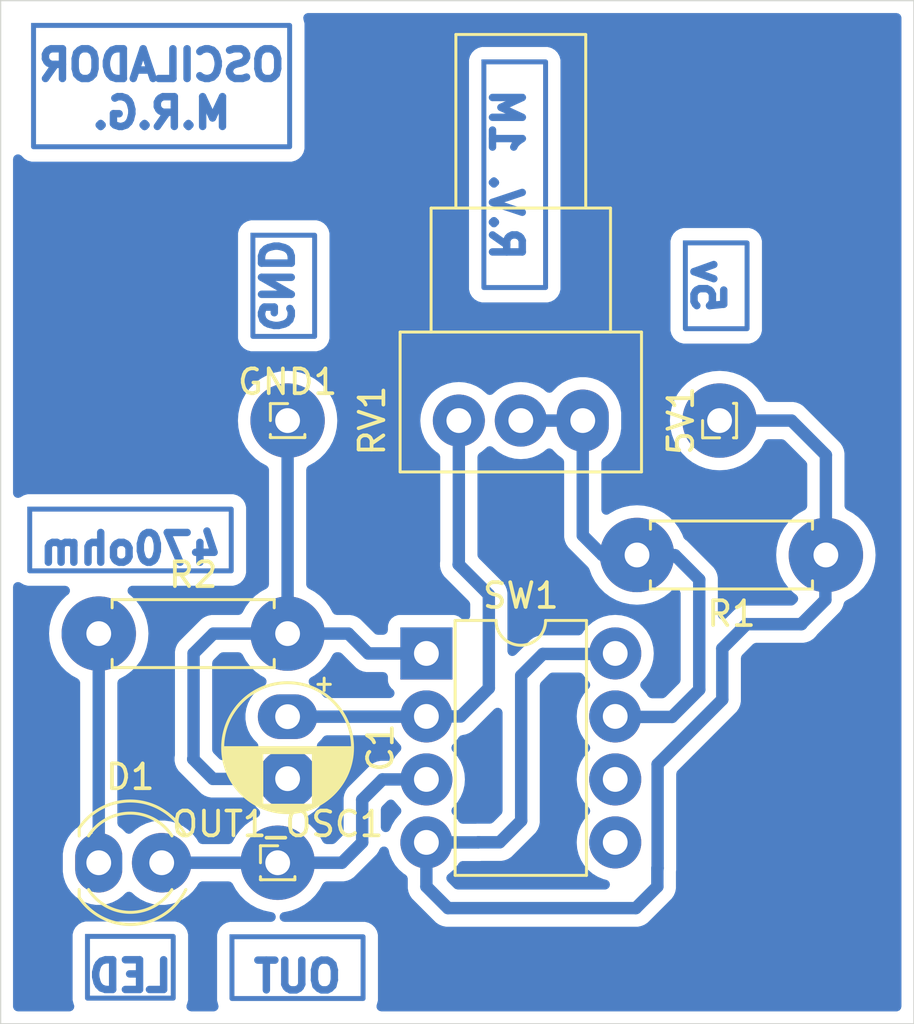
<source format=kicad_pcb>
(kicad_pcb (version 20240108) (generator "pcbnew") (generator_version "8.0")
  (layers (0 "F.Cu" signal) (31 "B.Cu" signal) (34 "B.Paste" user) (35 "F.Paste" user) (36 "B.SilkS" user "B.Silkscreen") (37 "F.SilkS" user "F.Silkscreen") (38 "B.Mask" user) (39 "F.Mask" user) (44 "Edge.Cuts" user))
  (net 0 "")
  (net 1 "Net-(5V1-Pin_1)")
  (net 2 "Net-(GND1-Pin_1)")
  (net 3 "Net-(D1-K)")
  (net 4 "Net-(D1-A)")
  (net 5 "Net-(C1-Pad1)")
  (net 6 "Net-(R1-Pad2)")
  (footprint "Resistor_THT:R_Axial_DIN0207_L6.3mm_D2.5mm_P7.62mm_Horizontal" (layer "F.Cu") (at 125.58 55.625 180)
    (property "Reference" "R1" (at 3.81 -2.37 180) (layer "F.SilkS"))
    (property "Value" "2.7k OHM")
    (fp_line (start 7.08 1.37) (end 7.08 1.04) (stroke (width 0.12)) (layer "F.SilkS"))
    (fp_line (start 7.08 -1.37) (end 7.08 -1.04) (stroke (width 0.12)) (layer "F.SilkS"))
    (fp_line (start 0.54 1.37) (end 7.08 1.37) (stroke (width 0.12)) (layer "F.SilkS"))
    (fp_line (start 0.54 1.04) (end 0.54 1.37) (stroke (width 0.12)) (layer "F.SilkS"))
    (fp_line (start 0.54 -1.04) (end 0.54 -1.37) (stroke (width 0.12)) (layer "F.SilkS"))
    (fp_line (start 0.54 -1.37) (end 7.08 -1.37) (stroke (width 0.12)) (layer "F.SilkS"))
    (pad "1" thru_hole circle (at 0 0 180) (size 3 3) (drill 1) (layers "*.Cu" "*.Mask") (net 1 "Net-(5V1-Pin_1)"))
    (pad "2" thru_hole circle (at 7.62 0 180) (size 3 3) (drill 1) (layers "*.Cu" "*.Mask") (net 6 "Net-(R1-Pad2)"))
  )
  (footprint "Potentiometer_THT:Potentiometer_Alps_RK09Y11_Single_Horizontal" (layer "F.Cu") (at 115.77 50.205 -90)
    (property "Reference" "RV1" (at 0 8.5 90) (layer "F.SilkS"))
    (property "Value" "1M OHM")
    (fp_line (start -3.57 7.37) (end -3.57 -2.37) (stroke (width 0.12)) (layer "F.SilkS"))
    (fp_line (start 2.071 7.37) (end -3.57 7.37) (stroke (width 0.12)) (layer "F.SilkS"))
    (fp_line (start 2.071 7.37) (end 2.071 -2.37) (stroke (width 0.12)) (layer "F.SilkS"))
    (fp_line (start -8.57 6.12) (end -8.57 -1.12) (stroke (width 0.12)) (layer "F.SilkS"))
    (fp_line (start -3.57 6.12) (end -8.57 6.12) (stroke (width 0.12)) (layer "F.SilkS"))
    (fp_line (start -15.57 5.12) (end -15.57 -0.12) (stroke (width 0.12)) (layer "F.SilkS"))
    (fp_line (start -8.57 5.12) (end -15.57 5.12) (stroke (width 0.12)) (layer "F.SilkS"))
    (fp_line (start -8.57 -0.12) (end -15.57 -0.12) (stroke (width 0.12)) (layer "F.SilkS"))
    (fp_line (start -3.57 -1.12) (end -8.57 -1.12) (stroke (width 0.12)) (layer "F.SilkS"))
    (fp_line (start 2.071 -2.37) (end -3.57 -2.37) (stroke (width 0.12)) (layer "F.SilkS"))
    (pad "1" thru_hole oval (at 0 0 90) (size 2.5 2.1) (drill 1) (layers "*.Cu" "*.Mask") (net 6 "Net-(R1-Pad2)"))
    (pad "2" thru_hole circle (at 0 2.5 90) (size 2.1 2.1) (drill 1) (layers "*.Cu" "*.Mask") (net 6 "Net-(R1-Pad2)"))
    (pad "3" thru_hole circle (at 0 5 90) (size 2.1 2.1) (drill 1) (layers "*.Cu" "*.Mask") (net 5 "Net-(C1-Pad1)"))
  )
  (footprint "Resistor_THT:R_Axial_DIN0207_L6.3mm_D2.5mm_P7.62mm_Horizontal" (layer "F.Cu") (at 96.24 58.795)
    (property "Reference" "R2" (at 3.81 -2.37 0) (layer "F.SilkS"))
    (property "Value" "470 OHM")
    (fp_line (start 0.54 -1.37) (end 7.08 -1.37) (stroke (width 0.12)) (layer "F.SilkS"))
    (fp_line (start 0.54 -1.04) (end 0.54 -1.37) (stroke (width 0.12)) (layer "F.SilkS"))
    (fp_line (start 0.54 1.04) (end 0.54 1.37) (stroke (width 0.12)) (layer "F.SilkS"))
    (fp_line (start 0.54 1.37) (end 7.08 1.37) (stroke (width 0.12)) (layer "F.SilkS"))
    (fp_line (start 7.08 -1.37) (end 7.08 -1.04) (stroke (width 0.12)) (layer "F.SilkS"))
    (fp_line (start 7.08 1.37) (end 7.08 1.04) (stroke (width 0.12)) (layer "F.SilkS"))
    (pad "1" thru_hole circle (at 0 0) (size 3 3) (drill 1) (layers "*.Cu" "*.Mask") (net 3 "Net-(D1-K)"))
    (pad "2" thru_hole circle (at 7.62 0) (size 3 3) (drill 1) (layers "*.Cu" "*.Mask") (net 2 "Net-(GND1-Pin_1)"))
  )
  (footprint "LED_THT:LED_D4.0mm" (layer "F.Cu") (at 96.24 68.035)
    (property "Reference" "D1" (at 1.27 -3.46 0) (layer "F.SilkS"))
    (property "Value" "LED")
    (fp_line (start -0.79 -1.399) (end -0.79 -1.08) (stroke (width 0.12)) (layer "F.SilkS"))
    (fp_line (start -0.79 1.08) (end -0.79 1.399) (stroke (width 0.12)) (layer "F.SilkS"))
    (fp_arc (start -0.79 -1.398749) (mid 1.453519 -2.483228) (end 3.513242 -1.080724) (stroke (width 0.12)) (layer "F.SilkS"))
    (fp_arc (start -0.41333 -1.08) (mid 1.269429 -2) (end 2.952713 -1.080961) (stroke (width 0.12)) (layer "F.SilkS"))
    (fp_arc (start 2.952713 1.080961) (mid 1.269429 2) (end -0.41333 1.08) (stroke (width 0.12)) (layer "F.SilkS"))
    (fp_arc (start 3.513242 1.080724) (mid 1.453519 2.483228) (end -0.79 1.398749) (stroke (width 0.12)) (layer "F.SilkS"))
    (pad "1" thru_hole oval (at 0 0) (size 1.9 2.4) (drill 1) (layers "*.Cu" "*.Mask") (net 3 "Net-(D1-K)"))
    (pad "2" thru_hole circle (at 2.54 0) (size 2.4 2.4) (drill 1) (layers "*.Cu" "*.Mask") (net 4 "Net-(D1-A)"))
  )
  (footprint "Capacitor_THT:CP_Radial_D5.0mm_P2.50mm" (layer "F.Cu") (at 103.86 62.145 -90)
    (property "Reference" "C1" (at 1.25 -3.75 90) (layer "F.SilkS"))
    (property "Value" "0.47uF")
    (fp_line (start 1.49 1.04) (end 1.49 2.569) (stroke (width 0.12)) (layer "F.SilkS"))
    (fp_line (start 1.53 1.04) (end 1.53 2.565) (stroke (width 0.12)) (layer "F.SilkS"))
    (fp_line (start 1.57 1.04) (end 1.57 2.561) (stroke (width 0.12)) (layer "F.SilkS"))
    (fp_line (start 1.61 1.04) (end 1.61 2.556) (stroke (width 0.12)) (layer "F.SilkS"))
    (fp_line (start 1.65 1.04) (end 1.65 2.55) (stroke (width 0.12)) (layer "F.SilkS"))
    (fp_line (start 1.69 1.04) (end 1.69 2.543) (stroke (width 0.12)) (layer "F.SilkS"))
    (fp_line (start 1.73 1.04) (end 1.73 2.536) (stroke (width 0.12)) (layer "F.SilkS"))
    (fp_line (start 1.77 1.04) (end 1.77 2.528) (stroke (width 0.12)) (layer "F.SilkS"))
    (fp_line (start 1.81 1.04) (end 1.81 2.52) (stroke (width 0.12)) (layer "F.SilkS"))
    (fp_line (start 1.85 1.04) (end 1.85 2.511) (stroke (width 0.12)) (layer "F.SilkS"))
    (fp_line (start 1.89 1.04) (end 1.89 2.501) (stroke (width 0.12)) (layer "F.SilkS"))
    (fp_line (start 1.93 1.04) (end 1.93 2.491) (stroke (width 0.12)) (layer "F.SilkS"))
    (fp_line (start 1.971 1.04) (end 1.971 2.48) (stroke (width 0.12)) (layer "F.SilkS"))
    (fp_line (start 2.011 1.04) (end 2.011 2.468) (stroke (width 0.12)) (layer "F.SilkS"))
    (fp_line (start 2.051 1.04) (end 2.051 2.455) (stroke (width 0.12)) (layer "F.SilkS"))
    (fp_line (start 2.091 1.04) (end 2.091 2.442) (stroke (width 0.12)) (layer "F.SilkS"))
    (fp_line (start 2.131 1.04) (end 2.131 2.428) (stroke (width 0.12)) (layer "F.SilkS"))
    (fp_line (start 2.171 1.04) (end 2.171 2.414) (stroke (width 0.12)) (layer "F.SilkS"))
    (fp_line (start 2.211 1.04) (end 2.211 2.398) (stroke (width 0.12)) (layer "F.SilkS"))
    (fp_line (start 2.251 1.04) (end 2.251 2.382) (stroke (width 0.12)) (layer "F.SilkS"))
    (fp_line (start 2.291 1.04) (end 2.291 2.365) (stroke (width 0.12)) (layer "F.SilkS"))
    (fp_line (start 2.331 1.04) (end 2.331 2.348) (stroke (width 0.12)) (layer "F.SilkS"))
    (fp_line (start 2.371 1.04) (end 2.371 2.329) (stroke (width 0.12)) (layer "F.SilkS"))
    (fp_line (start 2.411 1.04) (end 2.411 2.31) (stroke (width 0.12)) (layer "F.SilkS"))
    (fp_line (start 2.451 1.04) (end 2.451 2.29) (stroke (width 0.12)) (layer "F.SilkS"))
    (fp_line (start 2.491 1.04) (end 2.491 2.268) (stroke (width 0.12)) (layer "F.SilkS"))
    (fp_line (start 2.531 1.04) (end 2.531 2.247) (stroke (width 0.12)) (layer "F.SilkS"))
    (fp_line (start 2.571 1.04) (end 2.571 2.224) (stroke (width 0.12)) (layer "F.SilkS"))
    (fp_line (start 2.611 1.04) (end 2.611 2.2) (stroke (width 0.12)) (layer "F.SilkS"))
    (fp_line (start 2.651 1.04) (end 2.651 2.175) (stroke (width 0.12)) (layer "F.SilkS"))
    (fp_line (start 2.691 1.04) (end 2.691 2.149) (stroke (width 0.12)) (layer "F.SilkS"))
    (fp_line (start 2.731 1.04) (end 2.731 2.122) (stroke (width 0.12)) (layer "F.SilkS"))
    (fp_line (start 2.771 1.04) (end 2.771 2.095) (stroke (width 0.12)) (layer "F.SilkS"))
    (fp_line (start 2.811 1.04) (end 2.811 2.065) (stroke (width 0.12)) (layer "F.SilkS"))
    (fp_line (start 2.851 1.04) (end 2.851 2.035) (stroke (width 0.12)) (layer "F.SilkS"))
    (fp_line (start 2.891 1.04) (end 2.891 2.004) (stroke (width 0.12)) (layer "F.SilkS"))
    (fp_line (start 2.931 1.04) (end 2.931 1.971) (stroke (width 0.12)) (layer "F.SilkS"))
    (fp_line (start 2.971 1.04) (end 2.971 1.937) (stroke (width 0.12)) (layer "F.SilkS"))
    (fp_line (start 3.011 1.04) (end 3.011 1.901) (stroke (width 0.12)) (layer "F.SilkS"))
    (fp_line (start 3.051 1.04) (end 3.051 1.864) (stroke (width 0.12)) (layer "F.SilkS"))
    (fp_line (start 3.091 1.04) (end 3.091 1.826) (stroke (width 0.12)) (layer "F.SilkS"))
    (fp_line (start 3.131 1.04) (end 3.131 1.785) (stroke (width 0.12)) (layer "F.SilkS"))
    (fp_line (start 3.171 1.04) (end 3.171 1.743) (stroke (width 0.12)) (layer "F.SilkS"))
    (fp_line (start 3.211 1.04) (end 3.211 1.699) (stroke (width 0.12)) (layer "F.SilkS"))
    (fp_line (start 3.251 1.04) (end 3.251 1.653) (stroke (width 0.12)) (layer "F.SilkS"))
    (fp_line (start 3.291 1.04) (end 3.291 1.605) (stroke (width 0.12)) (layer "F.SilkS"))
    (fp_line (start 3.331 1.04) (end 3.331 1.554) (stroke (width 0.12)) (layer "F.SilkS"))
    (fp_line (start 3.371 1.04) (end 3.371 1.5) (stroke (width 0.12)) (layer "F.SilkS"))
    (fp_line (start 3.411 1.04) (end 3.411 1.443) (stroke (width 0.12)) (layer "F.SilkS"))
    (fp_line (start 3.451 1.04) (end 3.451 1.383) (stroke (width 0.12)) (layer "F.SilkS"))
    (fp_line (start 3.491 1.04) (end 3.491 1.319) (stroke (width 0.12)) (layer "F.SilkS"))
    (fp_line (start 3.531 1.04) (end 3.531 1.251) (stroke (width 0.12)) (layer "F.SilkS"))
    (fp_line (start 3.851 -0.284) (end 3.851 0.284) (stroke (width 0.12)) (layer "F.SilkS"))
    (fp_line (start 3.811 -0.518) (end 3.811 0.518) (stroke (width 0.12)) (layer "F.SilkS"))
    (fp_line (start 3.771 -0.677) (end 3.771 0.677) (stroke (width 0.12)) (layer "F.SilkS"))
    (fp_line (start 3.731 -0.805) (end 3.731 0.805) (stroke (width 0.12)) (layer "F.SilkS"))
    (fp_line (start 3.691 -0.915) (end 3.691 0.915) (stroke (width 0.12)) (layer "F.SilkS"))
    (fp_line (start 3.651 -1.011) (end 3.651 1.011) (stroke (width 0.12)) (layer "F.SilkS"))
    (fp_line (start 3.611 -1.098) (end 3.611 1.098) (stroke (width 0.12)) (layer "F.SilkS"))
    (fp_line (start 3.571 -1.178) (end 3.571 1.178) (stroke (width 0.12)) (layer "F.SilkS"))
    (fp_line (start 3.531 -1.251) (end 3.531 -1.04) (stroke (width 0.12)) (layer "F.SilkS"))
    (fp_line (start 3.491 -1.319) (end 3.491 -1.04) (stroke (width 0.12)) (layer "F.SilkS"))
    (fp_line (start 3.451 -1.383) (end 3.451 -1.04) (stroke (width 0.12)) (layer "F.SilkS"))
    (fp_line (start 3.411 -1.443) (end 3.411 -1.04) (stroke (width 0.12)) (layer "F.SilkS"))
    (fp_line (start -1.554775 -1.475) (end -1.054775 -1.475) (stroke (width 0.12)) (layer "F.SilkS"))
    (fp_line (start 3.371 -1.5) (end 3.371 -1.04) (stroke (width 0.12)) (layer "F.SilkS"))
    (fp_line (start 3.331 -1.554) (end 3.331 -1.04) (stroke (width 0.12)) (layer "F.SilkS"))
    (fp_line (start 3.291 -1.605) (end 3.291 -1.04) (stroke (width 0.12)) (layer "F.SilkS"))
    (fp_line (start 3.251 -1.653) (end 3.251 -1.04) (stroke (width 0.12)) (layer "F.SilkS"))
    (fp_line (start 3.211 -1.699) (end 3.211 -1.04) (stroke (width 0.12)) (layer "F.SilkS"))
    (fp_line (start -1.304775 -1.725) (end -1.304775 -1.225) (stroke (width 0.12)) (layer "F.SilkS"))
    (fp_line (start 3.171 -1.743) (end 3.171 -1.04) (stroke (width 0.12)) (layer "F.SilkS"))
    (fp_line (start 3.131 -1.785) (end 3.131 -1.04) (stroke (width 0.12)) (layer "F.SilkS"))
    (fp_line (start 3.091 -1.826) (end 3.091 -1.04) (stroke (width 0.12)) (layer "F.SilkS"))
    (fp_line (start 3.051 -1.864) (end 3.051 -1.04) (stroke (width 0.12)) (layer "F.SilkS"))
    (fp_line (start 3.011 -1.901) (end 3.011 -1.04) (stroke (width 0.12)) (layer "F.SilkS"))
    (fp_line (start 2.971 -1.937) (end 2.971 -1.04) (stroke (width 0.12)) (layer "F.SilkS"))
    (fp_line (start 2.931 -1.971) (end 2.931 -1.04) (stroke (width 0.12)) (layer "F.SilkS"))
    (fp_line (start 2.891 -2.004) (end 2.891 -1.04) (stroke (width 0.12)) (layer "F.SilkS"))
    (fp_line (start 2.851 -2.035) (end 2.851 -1.04) (stroke (width 0.12)) (layer "F.SilkS"))
    (fp_line (start 2.811 -2.065) (end 2.811 -1.04) (stroke (width 0.12)) (layer "F.SilkS"))
    (fp_line (start 2.771 -2.095) (end 2.771 -1.04) (stroke (width 0.12)) (layer "F.SilkS"))
    (fp_line (start 2.731 -2.122) (end 2.731 -1.04) (stroke (width 0.12)) (layer "F.SilkS"))
    (fp_line (start 2.691 -2.149) (end 2.691 -1.04) (stroke (width 0.12)) (layer "F.SilkS"))
    (fp_line (start 2.651 -2.175) (end 2.651 -1.04) (stroke (width 0.12)) (layer "F.SilkS"))
    (fp_line (start 2.611 -2.2) (end 2.611 -1.04) (stroke (width 0.12)) (layer "F.SilkS"))
    (fp_line (start 2.571 -2.224) (end 2.571 -1.04) (stroke (width 0.12)) (layer "F.SilkS"))
    (fp_line (start 2.531 -2.247) (end 2.531 -1.04) (stroke (width 0.12)) (layer "F.SilkS"))
    (fp_line (start 2.491 -2.268) (end 2.491 -1.04) (stroke (width 0.12)) (layer "F.SilkS"))
    (fp_line (start 2.451 -2.29) (end 2.451 -1.04) (stroke (width 0.12)) (layer "F.SilkS"))
    (fp_line (start 2.411 -2.31) (end 2.411 -1.04) (stroke (width 0.12)) (layer "F.SilkS"))
    (fp_line (start 2.371 -2.329) (end 2.371 -1.04) (stroke (width 0.12)) (layer "F.SilkS"))
    (fp_line (start 2.331 -2.348) (end 2.331 -1.04) (stroke (width 0.12)) (layer "F.SilkS"))
    (fp_line (start 2.291 -2.365) (end 2.291 -1.04) (stroke (width 0.12)) (layer "F.SilkS"))
    (fp_line (start 2.251 -2.382) (end 2.251 -1.04) (stroke (width 0.12)) (layer "F.SilkS"))
    (fp_line (start 2.211 -2.398) (end 2.211 -1.04) (stroke (width 0.12)) (layer "F.SilkS"))
    (fp_line (start 2.171 -2.414) (end 2.171 -1.04) (stroke (width 0.12)) (layer "F.SilkS"))
    (fp_line (start 2.131 -2.428) (end 2.131 -1.04) (stroke (width 0.12)) (layer "F.SilkS"))
    (fp_line (start 2.091 -2.442) (end 2.091 -1.04) (stroke (width 0.12)) (layer "F.SilkS"))
    (fp_line (start 2.051 -2.455) (end 2.051 -1.04) (stroke (width 0.12)) (layer "F.SilkS"))
    (fp_line (start 2.011 -2.468) (end 2.011 -1.04) (stroke (width 0.12)) (layer "F.SilkS"))
    (fp_line (start 1.971 -2.48) (end 1.971 -1.04) (stroke (width 0.12)) (layer "F.SilkS"))
    (fp_line (start 1.93 -2.491) (end 1.93 -1.04) (stroke (width 0.12)) (layer "F.SilkS"))
    (fp_line (start 1.89 -2.501) (end 1.89 -1.04) (stroke (width 0.12)) (layer "F.SilkS"))
    (fp_line (start 1.85 -2.511) (end 1.85 -1.04) (stroke (width 0.12)) (layer "F.SilkS"))
    (fp_line (start 1.81 -2.52) (end 1.81 -1.04) (stroke (width 0.12)) (layer "F.SilkS"))
    (fp_line (start 1.77 -2.528) (end 1.77 -1.04) (stroke (width 0.12)) (layer "F.SilkS"))
    (fp_line (start 1.73 -2.536) (end 1.73 -1.04) (stroke (width 0.12)) (layer "F.SilkS"))
    (fp_line (start 1.69 -2.543) (end 1.69 -1.04) (stroke (width 0.12)) (layer "F.SilkS"))
    (fp_line (start 1.65 -2.55) (end 1.65 -1.04) (stroke (width 0.12)) (layer "F.SilkS"))
    (fp_line (start 1.61 -2.556) (end 1.61 -1.04) (stroke (width 0.12)) (layer "F.SilkS"))
    (fp_line (start 1.57 -2.561) (end 1.57 -1.04) (stroke (width 0.12)) (layer "F.SilkS"))
    (fp_line (start 1.53 -2.565) (end 1.53 -1.04) (stroke (width 0.12)) (layer "F.SilkS"))
    (fp_line (start 1.49 -2.569) (end 1.49 -1.04) (stroke (width 0.12)) (layer "F.SilkS"))
    (fp_line (start 1.45 -2.573) (end 1.45 2.573) (stroke (width 0.12)) (layer "F.SilkS"))
    (fp_line (start 1.41 -2.576) (end 1.41 2.576) (stroke (width 0.12)) (layer "F.SilkS"))
    (fp_line (start 1.37 -2.578) (end 1.37 2.578) (stroke (width 0.12)) (layer "F.SilkS"))
    (fp_line (start 1.33 -2.579) (end 1.33 2.579) (stroke (width 0.12)) (layer "F.SilkS"))
    (fp_line (start 1.25 -2.58) (end 1.25 2.58) (stroke (width 0.12)) (layer "F.SilkS"))
    (fp_line (start 1.29 -2.58) (end 1.29 2.58) (stroke (width 0.12)) (layer "F.SilkS"))
    (fp_circle (center 1.25 0) (end 3.87 0) (stroke (width 0.12)) (fill none) (layer "F.SilkS"))
    (pad "1" thru_hole oval (at 0 0 270) (size 1.8 2.4) (drill 1) (layers "*.Cu" "*.Mask") (net 5 "Net-(C1-Pad1)"))
    (pad "2" thru_hole circle (at 2.5 0 270) (size 2.4 2.4) (drill 1) (layers "*.Cu" "*.Mask") (net 2 "Net-(GND1-Pin_1)"))
  )
  (footprint "Connector_PinHeader_1.00mm:PinHeader_1x01_P1.00mm_Vertical" (layer "F.Cu") (at 121.29 50.205 90)
    (property "Reference" "5V1" (at 0 -1.56 -90) (layer "F.SilkS"))
    (property "Value" "~")
    (fp_line (start -0.695 -0.685) (end 0 -0.685) (stroke (width 0.12)) (layer "F.SilkS"))
    (fp_line (start -0.695 0) (end -0.695 -0.685) (stroke (width 0.12)) (layer "F.SilkS"))
    (fp_line (start 0.695 0.685) (end 0.695 0.56) (stroke (width 0.12)) (layer "F.SilkS"))
    (fp_line (start 0.608276 0.685) (end 0.695 0.685) (stroke (width 0.12)) (layer "F.SilkS"))
    (fp_line (start -0.695 0.685) (end -0.695 0.56) (stroke (width 0.12)) (layer "F.SilkS"))
    (fp_line (start -0.695 0.685) (end 0.695 0.685) (stroke (width 0.12)) (layer "F.SilkS"))
    (fp_line (start -0.695 0.685) (end -0.608276 0.685) (stroke (width 0.12)) (layer "F.SilkS"))
    (pad "1" thru_hole circle (at 0 0 90) (size 3 3) (drill 1) (layers "*.Cu" "*.Mask") (net 1 "Net-(5V1-Pin_1)"))
  )
  (footprint "Package_DIP:DIP-8_W7.62mm" (layer "F.Cu") (at 109.46 59.595)
    (property "Reference" "SW1" (at 3.81 -2.33 0) (layer "F.SilkS"))
    (property "Value" "SW_DIP_x04")
    (fp_line (start 1.16 -1.33) (end 1.16 8.95) (stroke (width 0.12)) (layer "F.SilkS"))
    (fp_line (start 1.16 8.95) (end 6.46 8.95) (stroke (width 0.12)) (layer "F.SilkS"))
    (fp_line (start 2.81 -1.33) (end 1.16 -1.33) (stroke (width 0.12)) (layer "F.SilkS"))
    (fp_line (start 6.46 -1.33) (end 4.81 -1.33) (stroke (width 0.12)) (layer "F.SilkS"))
    (fp_line (start 6.46 8.95) (end 6.46 -1.33) (stroke (width 0.12)) (layer "F.SilkS"))
    (fp_arc (start 4.81 -1.33) (mid 3.81 -0.33) (end 2.81 -1.33) (stroke (width 0.12)) (layer "F.SilkS"))
    (pad "1" thru_hole rect (at 0 0) (size 2.1 2.1) (drill 1) (layers "*.Cu" "*.Mask") (net 2 "Net-(GND1-Pin_1)"))
    (pad "2" thru_hole circle (at 0 2.54) (size 2.1 2.1) (drill 1) (layers "*.Cu" "*.Mask") (net 5 "Net-(C1-Pad1)"))
    (pad "3" thru_hole circle (at 0 5.08) (size 2.1 2.1) (drill 1) (layers "*.Cu" "*.Mask") (net 4 "Net-(D1-A)"))
    (pad "4" thru_hole circle (at 0 7.62) (size 2.1 2.1) (drill 1) (layers "*.Cu" "*.Mask") (net 1 "Net-(5V1-Pin_1)"))
    (pad "5" thru_hole circle (at 7.62 7.62) (size 2.1 2.1) (drill 1) (layers "*.Cu" "*.Mask"))
    (pad "6" thru_hole circle (at 7.62 5.08) (size 2.1 2.1) (drill 1) (layers "*.Cu" "*.Mask"))
    (pad "7" thru_hole circle (at 7.62 2.54) (size 2.1 2.1) (drill 1) (layers "*.Cu" "*.Mask") (net 6 "Net-(R1-Pad2)"))
    (pad "8" thru_hole circle (at 7.62 0) (size 2.1 2.1) (drill 1) (layers "*.Cu" "*.Mask") (net 1 "Net-(5V1-Pin_1)"))
  )
  (footprint "Connector_PinHeader_1.00mm:PinHeader_1x01_P1.00mm_Vertical" (layer "F.Cu") (at 103.86 50.205)
    (property "Reference" "GND1" (at 0 -1.56 0) (layer "F.SilkS"))
    (property "Value" "~")
    (fp_line (start -0.695 -0.685) (end 0 -0.685) (stroke (width 0.12)) (layer "F.SilkS"))
    (fp_line (start -0.695 0) (end -0.695 -0.685) (stroke (width 0.12)) (layer "F.SilkS"))
    (fp_line (start -0.695 0.685) (end -0.695 0.56) (stroke (width 0.12)) (layer "F.SilkS"))
    (fp_line (start -0.695 0.685) (end -0.608276 0.685) (stroke (width 0.12)) (layer "F.SilkS"))
    (fp_line (start -0.695 0.685) (end 0.695 0.685) (stroke (width 0.12)) (layer "F.SilkS"))
    (fp_line (start 0.608276 0.685) (end 0.695 0.685) (stroke (width 0.12)) (layer "F.SilkS"))
    (fp_line (start 0.695 0.685) (end 0.695 0.56) (stroke (width 0.12)) (layer "F.SilkS"))
    (pad "1" thru_hole circle (at 0 0) (size 3 3) (drill 1) (layers "*.Cu" "*.Mask") (net 2 "Net-(GND1-Pin_1)"))
  )
  (footprint "Connector_PinHeader_1.00mm:PinHeader_1x01_P1.00mm_Vertical" (layer "F.Cu") (at 103.46 68.035)
    (property "Reference" "OUT1_OSC1" (at 0 -1.56 0) (layer "F.SilkS"))
    (property "Value" "~")
    (fp_line (start -0.695 -0.685) (end 0 -0.685) (stroke (width 0.12)) (layer "F.SilkS"))
    (fp_line (start -0.695 0) (end -0.695 -0.685) (stroke (width 0.12)) (layer "F.SilkS"))
    (fp_line (start -0.695 0.685) (end -0.695 0.56) (stroke (width 0.12)) (layer "F.SilkS"))
    (fp_line (start -0.695 0.685) (end -0.608276 0.685) (stroke (width 0.12)) (layer "F.SilkS"))
    (fp_line (start -0.695 0.685) (end 0.695 0.685) (stroke (width 0.12)) (layer "F.SilkS"))
    (fp_line (start 0.608276 0.685) (end 0.695 0.685) (stroke (width 0.12)) (layer "F.SilkS"))
    (fp_line (start 0.695 0.685) (end 0.695 0.56) (stroke (width 0.12)) (layer "F.SilkS"))
    (pad "1" thru_hole circle (at 0 0) (size 3 3) (drill 1) (layers "*.Cu" "*.Mask") (net 4 "Net-(D1-A)"))
  )
  (gr_line (start 129.13 74.53) (end 92.28 74.53) (stroke (width 0.05)) (layer "Edge.Cuts"))
  (gr_line (start 129.13 33.27) (end 129.13 74.53) (stroke (width 0.05)) (layer "Edge.Cuts"))
  (gr_line (start 92.28 74.53) (end 92.28 33.27) (stroke (width 0.05)) (layer "Edge.Cuts"))
  (gr_line (start 92.28 33.27) (end 129.13 33.27) (stroke (width 0.05)) (layer "Edge.Cuts"))
  (gr_text_box "470ohm" (start 93.455 53.775) (end 101.585 56.265) (layer "B.Cu") (effects (font (size 1.2 1.2) (thickness 0.3) (bold yes)) (justify top mirror)) (border yes) (stroke (width 0.2)))
  (gr_text_box "OUT" (start 101.615 71.02) (end 106.905 73.51) (layer "B.Cu") (effects (font (size 1.2 1.2) (thickness 0.3) (bold yes)) (justify top mirror)) (border yes) (stroke (width 0.2)))
  (gr_text_box "5v" (start 119.91 43.04) (end 122.4 46.5) (angle 270) (layer "B.Cu") (effects (font (size 1.2 1.2) (thickness 0.3) (bold yes)) (justify top mirror)) (border yes) (stroke (width 0.2)))
  (gr_text_box "OSCILADOR\nM.R.G." (start 93.608168 34.27) (end 103.941831 39.163663) (layer "B.Cu") (effects (font (size 1.2 1.2) (thickness 0.3) (bold yes)) (justify top mirror)) (border yes) (stroke (width 0.2)))
  (gr_text_box "LED" (start 95.785 71.005) (end 99.245 73.495) (layer "B.Cu") (effects (font (size 1.2 1.2) (thickness 0.3) (bold yes)) (justify top mirror)) (border yes) (stroke (width 0.2)))
  (gr_text_box "GND" (start 102.46 42.73) (end 104.95 46.81) (angle 270) (layer "B.Cu") (effects (font (size 1.2 1.2) (thickness 0.3) (bold yes)) (justify top mirror)) (border yes) (stroke (width 0.2)))
  (gr_text_box "R.V. 1M" (start 111.78 35.74) (end 114.27 44.84) (angle 270) (layer "B.Cu") (effects (font (size 1.2 1.2) (thickness 0.3) (bold yes)) (justify top mirror)) (border yes) (stroke (width 0.2)))
  (segment (start 113.285 66.34) (end 113.285 60.49) (width 0.5) (layer "B.Cu") (net 1))
  (segment (start 124.58 58.415) (end 125.56 57.435) (width 0.5) (layer "B.Cu") (net 1))
  (segment (start 114.16 59.615) (end 116.95 59.615) (width 0.5) (layer "B.Cu") (net 1))
  (segment (start 125.56 57.435) (end 125.56 55.215) (width 0.5) (layer "B.Cu") (net 1))
  (segment (start 121.4 59.395) (end 122.38 58.415) (width 0.5) (layer "B.Cu") (net 1))
  (segment (start 109.46 68.995) (end 110.33 69.865) (width 0.5) (layer "B.Cu") (net 1))
  (segment (start 111.56 67.215) (end 111.565 67.21) (width 0.5) (layer "B.Cu") (net 1))
  (segment (start 118.79 64.065) (end 121.4 61.455) (width 0.5) (layer "B.Cu") (net 1))
  (segment (start 112.415 67.21) (end 113.285 66.34) (width 0.5) (layer "B.Cu") (net 1))
  (segment (start 117.91 69.865) (end 110.33 69.865) (width 0.5) (layer "B.Cu") (net 1))
  (segment (start 109.46 67.215) (end 111.56 67.215) (width 0.5) (layer "B.Cu") (net 1))
  (segment (start 121.29 50.205) (end 124.19 50.205) (width 0.5) (layer "B.Cu") (net 1))
  (segment (start 122.38 58.415) (end 124.6 58.415) (width 0.5) (layer "B.Cu") (net 1))
  (segment (start 118.79 68.255) (end 118.79 64.065) (width 0.5) (layer "B.Cu") (net 1))
  (segment (start 118.78 68.265) (end 118.79 68.255) (width 0.5) (layer "B.Cu") (net 1))
  (segment (start 124.19 50.205) (end 125.58 51.595) (width 0.5) (layer "B.Cu") (net 1))
  (segment (start 111.565 67.21) (end 112.415 67.21) (width 0.5) (layer "B.Cu") (net 1))
  (segment (start 109.46 67.215) (end 109.46 68.995) (width 0.5) (layer "B.Cu") (net 1))
  (segment (start 113.285 60.49) (end 114.16 59.615) (width 0.5) (layer "B.Cu") (net 1))
  (segment (start 125.58 51.595) (end 125.58 55.625) (width 0.5) (layer "B.Cu") (net 1))
  (segment (start 118.78 68.995) (end 118.78 68.265) (width 0.5) (layer "B.Cu") (net 1))
  (segment (start 117.91 69.865) (end 118.78 68.995) (width 0.5) (layer "B.Cu") (net 1))
  (segment (start 121.4 61.455) (end 121.4 59.395) (width 0.5) (layer "B.Cu") (net 1))
  (segment (start 117.11 59.625) (end 117.08 59.595) (width 0.5) (layer "B.Cu") (net 1))
  (segment (start 109.46 59.595) (end 107.11 59.595) (width 0.5) (layer "B.Cu") (net 2))
  (segment (start 100.065 63.84) (end 100.065 59.595) (width 0.5) (layer "B.Cu") (net 2))
  (segment (start 107.11 59.595) (end 106.31 58.795) (width 0.5) (layer "B.Cu") (net 2))
  (segment (start 106.31 58.795) (end 103.86 58.795) (width 0.5) (layer "B.Cu") (net 2))
  (segment (start 103.86 50.205) (end 103.86 58.795) (width 0.5) (layer "B.Cu") (net 2))
  (segment (start 100.865 58.795) (end 103.835 58.795) (width 0.5) (layer "B.Cu") (net 2))
  (segment (start 100.05 63.855) (end 100.065 63.84) (width 0.5) (layer "B.Cu") (net 2))
  (segment (start 100.065 59.595) (end 100.865 58.795) (width 0.5) (layer "B.Cu") (net 2))
  (segment (start 100.85 64.655) (end 103.82 64.655) (width 0.5) (layer "B.Cu") (net 2))
  (segment (start 100.05 63.855) (end 100.85 64.655) (width 0.5) (layer "B.Cu") (net 2))
  (segment (start 96.24 58.795) (end 96.24 68.035) (width 0.5) (layer "B.Cu") (net 3))
  (segment (start 103.46 68.035) (end 106.05 68.035) (width 0.5) (layer "B.Cu") (net 4))
  (segment (start 107.69 64.675) (end 109.46 64.675) (width 0.5) (layer "B.Cu") (net 4))
  (segment (start 98.78 68.035) (end 103.46 68.035) (width 0.5) (layer "B.Cu") (net 4))
  (segment (start 106.05 68.035) (end 106.87 67.215) (width 0.5) (layer "B.Cu") (net 4))
  (segment (start 106.87 67.215) (end 106.87 65.495) (width 0.5) (layer "B.Cu") (net 4))
  (segment (start 106.87 65.495) (end 107.69 64.675) (width 0.5) (layer "B.Cu") (net 4))
  (segment (start 110.77 55.995) (end 110.76 56.005) (width 0.5) (layer "B.Cu") (net 5))
  (segment (start 109.45 62.145) (end 109.46 62.135) (width 0.5) (layer "B.Cu") (net 5))
  (segment (start 111.98 60.995) (end 110.84 62.135) (width 0.5) (layer "B.Cu") (net 5))
  (segment (start 103.86 62.145) (end 109.45 62.145) (width 0.5) (layer "B.Cu") (net 5))
  (segment (start 110.76 56.005) (end 111.98 57.225) (width 0.5) (layer "B.Cu") (net 5))
  (segment (start 110.84 62.135) (end 109.46 62.135) (width 0.5) (layer "B.Cu") (net 5))
  (segment (start 111.98 57.225) (end 111.98 60.995) (width 0.5) (layer "B.Cu") (net 5))
  (segment (start 103.87 62.135) (end 103.86 62.145) (width 0.5) (layer "B.Cu") (net 5))
  (segment (start 110.77 50.205) (end 110.77 55.995) (width 0.5) (layer "B.Cu") (net 5))
  (segment (start 119.37 62.155) (end 120.47 61.055) (width 0.5) (layer "B.Cu") (net 6))
  (segment (start 117.15 62.155) (end 119.37 62.155) (width 0.5) (layer "B.Cu") (net 6))
  (segment (start 117.96 55.625) (end 116.56 55.625) (width 0.5) (layer "B.Cu") (net 6))
  (segment (start 120.47 56.615) (end 119.49 55.635) (width 0.5) (layer "B.Cu") (net 6))
  (segment (start 116.56 55.625) (end 115.77 54.835) (width 0.5) (layer "B.Cu") (net 6))
  (segment (start 119.49 55.635) (end 117.27 55.635) (width 0.5) (layer "B.Cu") (net 6))
  (segment (start 113.27 50.205) (end 115.77 50.205) (width 0.5) (layer "B.Cu") (net 6))
  (segment (start 120.47 61.055) (end 120.47 56.615) (width 0.5) (layer "B.Cu") (net 6))
  (segment (start 115.77 54.835) (end 115.77 50.205) (width 0.5) (layer "B.Cu") (net 6))
  (zone (net 0) (net_name "") (layer "B.Cu") (connect_pads (clearance 0.5)) (min_thickness 0.4) (fill yes (thermal_gap 0.5) (thermal_bridge_width 0.5) (island_removal_mode 1) (island_area_min 10))
    (polygon (pts (xy 129.13 74.52) (xy 129.13 33.27) (xy 92.28 33.27) (xy 92.28 74.52)))
  )
)
</source>
